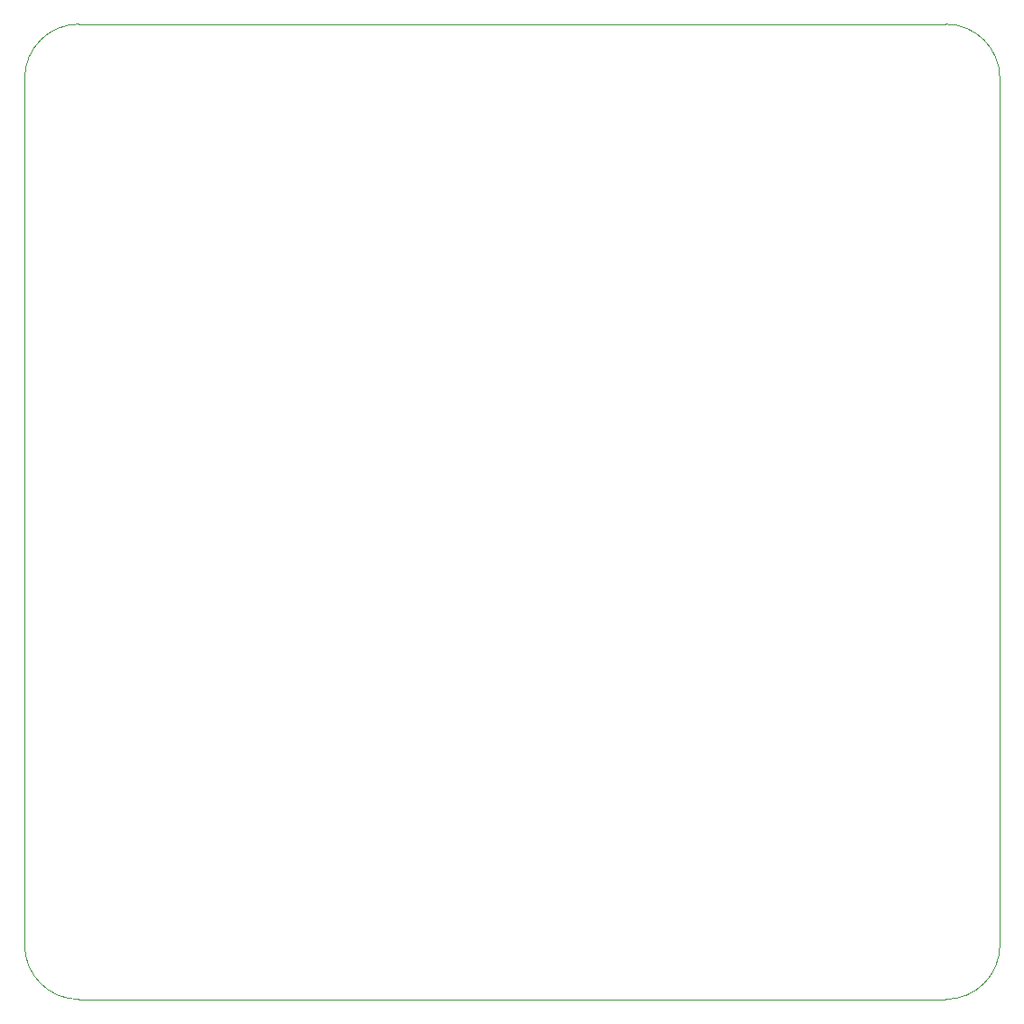
<source format=gm1>
G04 #@! TF.GenerationSoftware,KiCad,Pcbnew,(6.0.9)*
G04 #@! TF.CreationDate,2022-11-19T16:39:55+01:00*
G04 #@! TF.ProjectId,IoT12 Power Supply,496f5431-3220-4506-9f77-657220537570,V1.2*
G04 #@! TF.SameCoordinates,Original*
G04 #@! TF.FileFunction,Profile,NP*
%FSLAX46Y46*%
G04 Gerber Fmt 4.6, Leading zero omitted, Abs format (unit mm)*
G04 Created by KiCad (PCBNEW (6.0.9)) date 2022-11-19 16:39:55*
%MOMM*%
%LPD*%
G01*
G04 APERTURE LIST*
G04 #@! TA.AperFunction,Profile*
%ADD10C,0.050000*%
G04 #@! TD*
G04 APERTURE END LIST*
D10*
X106680000Y-139700000D02*
X106680000Y-58420000D01*
X106680000Y-139700000D02*
G75*
G03*
X111760000Y-144780000I5080000J0D01*
G01*
X111760000Y-53340000D02*
G75*
G03*
X106680000Y-58420000I0J-5080000D01*
G01*
X193040000Y-144780000D02*
G75*
G03*
X198120000Y-139700000I0J5080000D01*
G01*
X198120000Y-58420000D02*
X198120000Y-139700000D01*
X198120000Y-58420000D02*
G75*
G03*
X193040000Y-53340000I-5080000J0D01*
G01*
X111760000Y-53340000D02*
X193040000Y-53340000D01*
X193040000Y-144780000D02*
X111760000Y-144780000D01*
M02*

</source>
